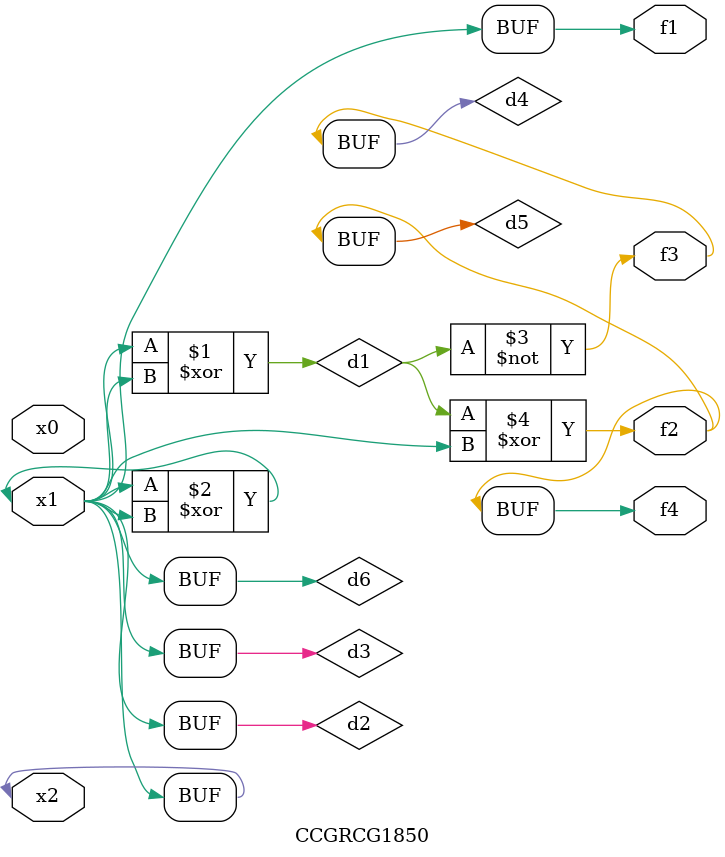
<source format=v>
module CCGRCG1850(
	input x0, x1, x2,
	output f1, f2, f3, f4
);

	wire d1, d2, d3, d4, d5, d6;

	xor (d1, x1, x2);
	buf (d2, x1, x2);
	xor (d3, x1, x2);
	nor (d4, d1);
	xor (d5, d1, d2);
	buf (d6, d2, d3);
	assign f1 = d6;
	assign f2 = d5;
	assign f3 = d4;
	assign f4 = d5;
endmodule

</source>
